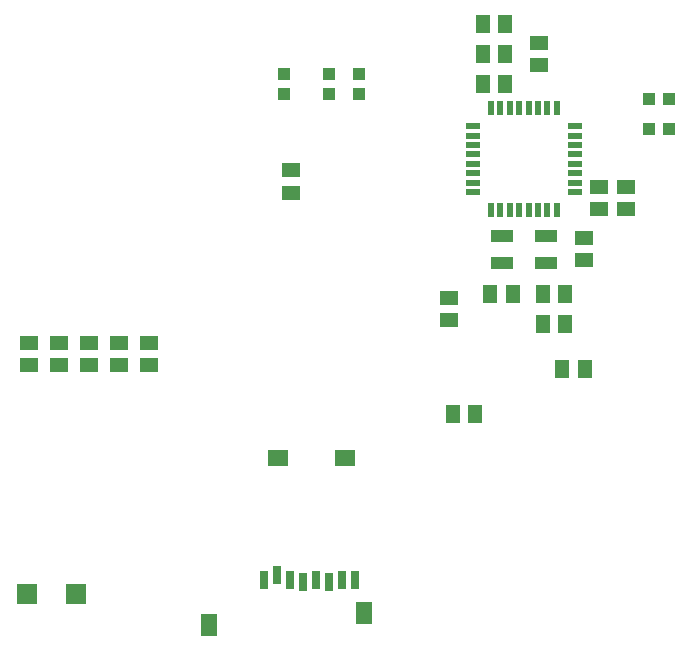
<source format=gbr>
G04 EAGLE Gerber RS-274X export*
G75*
%MOMM*%
%FSLAX34Y34*%
%LPD*%
%INSolderpaste Bottom*%
%IPPOS*%
%AMOC8*
5,1,8,0,0,1.08239X$1,22.5*%
G01*
%ADD10R,1.500000X1.300000*%
%ADD11R,1.000000X1.100000*%
%ADD12R,0.800000X1.500000*%
%ADD13R,1.400000X1.900000*%
%ADD14R,1.800000X1.400000*%
%ADD15R,1.300000X1.500000*%
%ADD16R,0.558800X1.270000*%
%ADD17R,1.270000X0.558800*%
%ADD18R,1.900000X1.100000*%
%ADD19R,1.100000X1.000000*%
%ADD20R,1.800000X1.700000*%


D10*
X184150Y784250D03*
X184150Y803250D03*
D11*
X241300Y867800D03*
X241300Y884800D03*
X215900Y867800D03*
X215900Y884800D03*
X177800Y884800D03*
X177800Y867800D03*
D10*
X38100Y638200D03*
X38100Y657200D03*
X63500Y638200D03*
X63500Y657200D03*
X12700Y638200D03*
X12700Y657200D03*
X-12700Y638200D03*
X-12700Y657200D03*
X-38100Y638200D03*
X-38100Y657200D03*
D12*
X160940Y456680D03*
X171940Y460680D03*
X182940Y456680D03*
X193940Y454680D03*
X204940Y456680D03*
X215940Y454680D03*
X226940Y456680D03*
X237940Y456680D03*
D13*
X245840Y428180D03*
X114340Y418180D03*
D14*
X229840Y559680D03*
X172840Y559680D03*
D15*
X339700Y596900D03*
X320700Y596900D03*
X413410Y635000D03*
X432410Y635000D03*
X415900Y673100D03*
X396900Y673100D03*
D10*
X317500Y676300D03*
X317500Y695300D03*
D16*
X409000Y769874D03*
X401000Y769874D03*
X393000Y769874D03*
X385000Y769874D03*
X377000Y769874D03*
X369000Y769874D03*
X361000Y769874D03*
X353000Y769874D03*
D17*
X338074Y784800D03*
X338074Y792800D03*
X338074Y800800D03*
X338074Y808800D03*
X338074Y816800D03*
X338074Y824800D03*
X338074Y832800D03*
X338074Y840800D03*
D16*
X353000Y855726D03*
X361000Y855726D03*
X369000Y855726D03*
X377000Y855726D03*
X385000Y855726D03*
X393000Y855726D03*
X401000Y855726D03*
X409000Y855726D03*
D17*
X423926Y840800D03*
X423926Y832800D03*
X423926Y824800D03*
X423926Y816800D03*
X423926Y808800D03*
X423926Y800800D03*
X423926Y792800D03*
X423926Y784800D03*
D18*
X362500Y748100D03*
X399500Y725100D03*
X362500Y725100D03*
X399500Y748100D03*
D15*
X396900Y698500D03*
X415900Y698500D03*
X371450Y698500D03*
X352450Y698500D03*
D10*
X393700Y892200D03*
X393700Y911200D03*
D15*
X365100Y876300D03*
X346100Y876300D03*
X365100Y901700D03*
X346100Y901700D03*
X365100Y927100D03*
X346100Y927100D03*
D19*
X486800Y863600D03*
X503800Y863600D03*
X486800Y838200D03*
X503800Y838200D03*
D10*
X431800Y746100D03*
X431800Y727100D03*
D20*
X-39550Y444500D03*
X1450Y444500D03*
D10*
X444500Y789280D03*
X444500Y770280D03*
X467360Y789280D03*
X467360Y770280D03*
M02*

</source>
